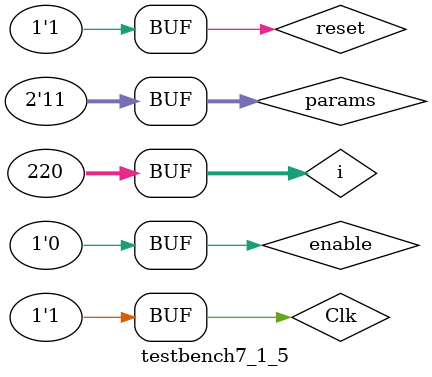
<source format=v>
module testbench7_1_5(
);
    reg reset, enable, Clk;
    wire [2:0] Count_Contents;
    integer i;
    reg [1:0] params;
    
    modified_counter DUT (.reset(reset), .enable(enable), .Clk(Clk), .Count_Contents(Count_Contents));
    
    initial 
    begin
        for (i = 0; i < 220; i = i + 1)
        begin
            if (i == 0)
                begin
                reset <= 0;
                enable <= 1;
                Clk = 0;
                params <= i;
                end
            else if (i % 5 == 0)
                begin
                #1 Clk <= !Clk;
                end
            else
                #1 params = i;
                if (i == 205)
                    enable = 0;
                if (i == 215)
                    reset = 1;
                end
                end
endmodule


</source>
